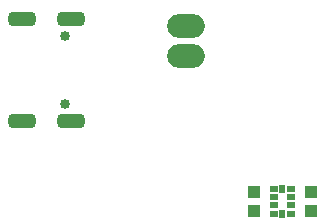
<source format=gbs>
G04*
G04 #@! TF.GenerationSoftware,Altium Limited,Altium Designer,22.11.1 (43)*
G04*
G04 Layer_Color=16711935*
%FSLAX44Y44*%
%MOMM*%
G71*
G04*
G04 #@! TF.SameCoordinates,4B2A122A-EDDB-492F-91F8-374AC6037894*
G04*
G04*
G04 #@! TF.FilePolarity,Negative*
G04*
G01*
G75*
%ADD60R,1.0032X1.0032*%
%ADD95O,3.2032X2.0032*%
G04:AMPARAMS|DCode=96|XSize=1.2032mm|YSize=2.3032mm|CornerRadius=0.3516mm|HoleSize=0mm|Usage=FLASHONLY|Rotation=270.000|XOffset=0mm|YOffset=0mm|HoleType=Round|Shape=RoundedRectangle|*
%AMROUNDEDRECTD96*
21,1,1.2032,1.6000,0,0,270.0*
21,1,0.5000,2.3032,0,0,270.0*
1,1,0.7032,-0.8000,-0.2500*
1,1,0.7032,-0.8000,0.2500*
1,1,0.7032,0.8000,0.2500*
1,1,0.7032,0.8000,-0.2500*
%
%ADD96ROUNDEDRECTD96*%
%ADD97C,0.8532*%
%ADD107R,0.7032X0.6032*%
%ADD108R,0.6032X0.7032*%
D60*
X225497Y242000D02*
D03*
Y258000D02*
D03*
X274503Y242000D02*
D03*
Y258000D02*
D03*
D95*
X168000Y398000D02*
D03*
Y372600D02*
D03*
D96*
X71000Y317800D02*
D03*
X29200D02*
D03*
X71000Y404200D02*
D03*
X29200D02*
D03*
D97*
X66000Y389900D02*
D03*
Y332100D02*
D03*
D107*
X243000Y239500D02*
D03*
X257000D02*
D03*
X243000Y246500D02*
D03*
X257000D02*
D03*
X243000Y253500D02*
D03*
X257000D02*
D03*
X243000Y260500D02*
D03*
X257000D02*
D03*
D108*
X250000Y239500D02*
D03*
Y260500D02*
D03*
M02*

</source>
